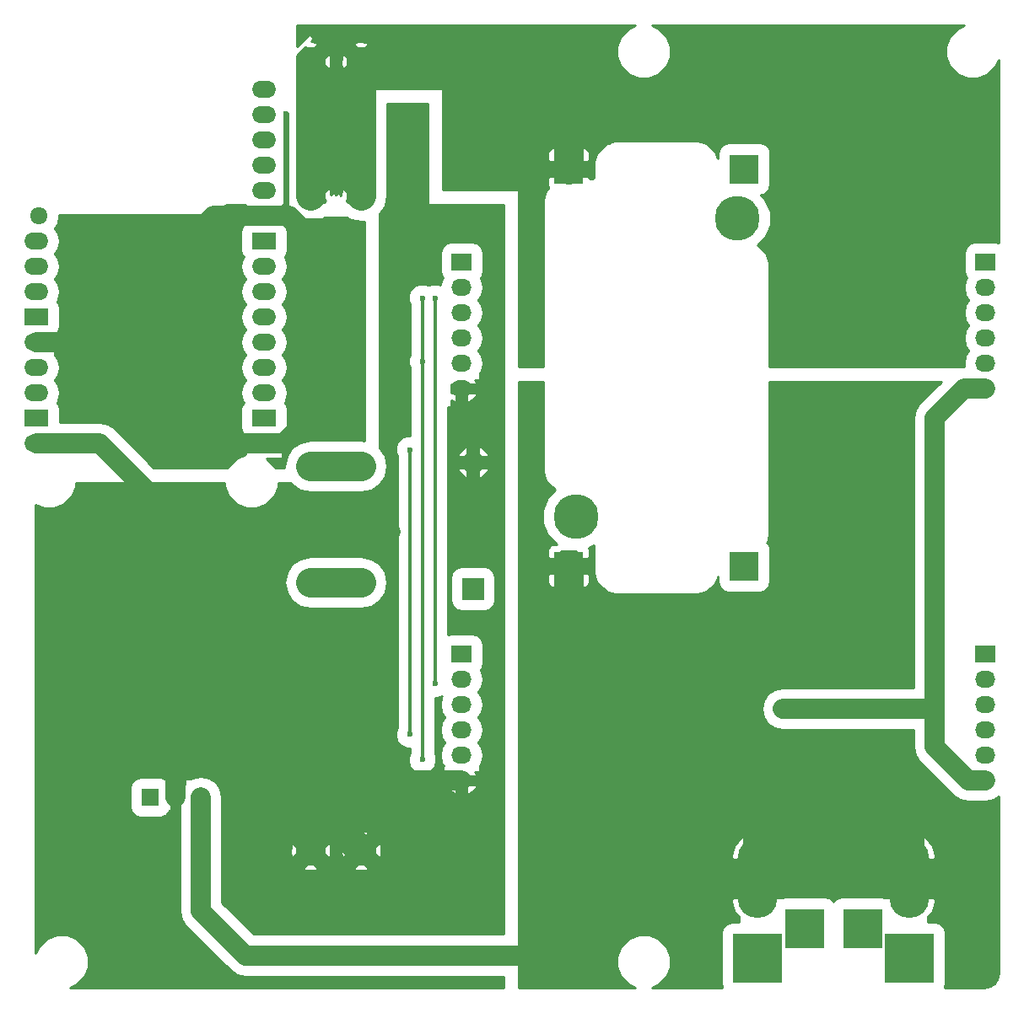
<source format=gbl>
G04 #@! TF.FileFunction,Copper,L2,Bot,Signal*
%FSLAX46Y46*%
G04 Gerber Fmt 4.6, Leading zero omitted, Abs format (unit mm)*
G04 Created by KiCad (PCBNEW 4.0.4-stable) date 12/21/17 08:36:57*
%MOMM*%
%LPD*%
G01*
G04 APERTURE LIST*
%ADD10C,0.250000*%
%ADD11C,4.500000*%
%ADD12R,3.000000X3.000000*%
%ADD13R,2.400000X1.700000*%
%ADD14O,2.400000X1.700000*%
%ADD15O,1.800000X1.700000*%
%ADD16R,2.200000X2.200000*%
%ADD17O,2.200000X2.200000*%
%ADD18O,4.000000X8.000000*%
%ADD19R,5.000000X5.000000*%
%ADD20R,4.000000X4.000000*%
%ADD21O,2.032000X1.727200*%
%ADD22R,2.032000X1.727200*%
%ADD23C,2.800000*%
%ADD24R,1.800000X1.800000*%
%ADD25O,1.800000X1.800000*%
%ADD26C,0.600000*%
%ADD27C,2.000000*%
%ADD28C,3.000000*%
%ADD29C,0.900000*%
%ADD30C,0.300000*%
%ADD31C,0.600000*%
%ADD32C,0.254000*%
G04 APERTURE END LIST*
D10*
D11*
X129070100Y-114020600D03*
X145249900Y-84099400D03*
D12*
X128346200Y-118999000D03*
X145973800Y-118999000D03*
X145973800Y-79121000D03*
X128346200Y-79121000D03*
D13*
X97790000Y-104140000D03*
D14*
X97790000Y-101600000D03*
X97790000Y-99060000D03*
X97790000Y-96520000D03*
X97790000Y-93980000D03*
D15*
X75180000Y-83820000D03*
D14*
X97790000Y-91440000D03*
X74930000Y-86360000D03*
X97790000Y-88900000D03*
X74930000Y-88900000D03*
D13*
X97790000Y-86360000D03*
D14*
X74930000Y-91440000D03*
X97790000Y-83820000D03*
D13*
X74930000Y-93980000D03*
D14*
X97790000Y-81280000D03*
X74930000Y-96520000D03*
X97790000Y-78740000D03*
X74930000Y-99060000D03*
X97790000Y-76200000D03*
X74930000Y-101600000D03*
X97790000Y-73660000D03*
D13*
X74930000Y-104140000D03*
D14*
X97790000Y-71120000D03*
X74930000Y-106680000D03*
X97790000Y-106680000D03*
D16*
X118745000Y-121285000D03*
D17*
X118745000Y-108585000D03*
D18*
X162560000Y-150400000D03*
D19*
X162560000Y-158400000D03*
D20*
X157860000Y-155400000D03*
D21*
X117625000Y-101175000D03*
X117625000Y-98635000D03*
X117625000Y-96095000D03*
X117625000Y-93555000D03*
X117625000Y-91015000D03*
D22*
X117625000Y-88475000D03*
D23*
X102455980Y-68336160D03*
X107535980Y-68336160D03*
X102453440Y-81798160D03*
X107533440Y-81798160D03*
X102453440Y-108976160D03*
X107533440Y-108976160D03*
X102453440Y-120660160D03*
X107533440Y-120660160D03*
X102453440Y-147584160D03*
X107533440Y-147584160D03*
D21*
X117625000Y-140550000D03*
X117625000Y-138010000D03*
X117625000Y-135470000D03*
X117625000Y-132930000D03*
X117625000Y-130390000D03*
D22*
X117625000Y-127850000D03*
D21*
X170200000Y-101175000D03*
X170200000Y-98635000D03*
X170200000Y-96095000D03*
X170200000Y-93555000D03*
X170200000Y-91015000D03*
D22*
X170200000Y-88475000D03*
D21*
X170200000Y-140525000D03*
X170200000Y-137985000D03*
X170200000Y-135445000D03*
X170200000Y-132905000D03*
X170200000Y-130365000D03*
D22*
X170200000Y-127825000D03*
D24*
X86360000Y-142240000D03*
D25*
X88900000Y-142240000D03*
X91440000Y-142240000D03*
D18*
X147320000Y-150400000D03*
D19*
X147320000Y-158400000D03*
D20*
X152020000Y-155400000D03*
D26*
X149860000Y-133350000D03*
X110490000Y-115570000D03*
X110490000Y-73406000D03*
X110490000Y-100076000D03*
X110490000Y-93726000D03*
X110490000Y-87376000D03*
X113665000Y-98425000D03*
X113665000Y-138430000D03*
X113665000Y-92075000D03*
X114935000Y-130810000D03*
X114935000Y-92075000D03*
X106934000Y-86614000D03*
X102870000Y-98679000D03*
X102870000Y-92202000D03*
X99949000Y-73533000D03*
X112395000Y-135890000D03*
X112395000Y-107315000D03*
D27*
X149860000Y-133350000D02*
X165100000Y-133350000D01*
X170200000Y-101175000D02*
X168065000Y-101175000D01*
X168065000Y-101175000D02*
X165100000Y-104140000D01*
X165100000Y-104140000D02*
X165100000Y-133350000D01*
X168465000Y-140525000D02*
X170200000Y-140525000D01*
X165100000Y-133350000D02*
X165100000Y-137160000D01*
X165100000Y-137160000D02*
X168465000Y-140525000D01*
D28*
X98742500Y-140652500D02*
X100601780Y-140652500D01*
X100601780Y-140652500D02*
X107533440Y-147584160D01*
X102453440Y-147584160D02*
X102453440Y-144363440D01*
X102453440Y-144363440D02*
X98742500Y-140652500D01*
X98742500Y-140652500D02*
X88900000Y-130810000D01*
D27*
X117625000Y-140550000D02*
X98640000Y-140550000D01*
X98640000Y-140550000D02*
X88900000Y-130810000D01*
X88900000Y-116840000D02*
X88900000Y-114300000D01*
X88900000Y-142240000D02*
X88900000Y-130810000D01*
X88900000Y-130810000D02*
X88900000Y-116840000D01*
X88900000Y-116840000D02*
X90170000Y-115570000D01*
X110490000Y-115570000D02*
X90170000Y-115570000D01*
X81280000Y-106680000D02*
X74930000Y-106680000D01*
X88900000Y-114300000D02*
X81280000Y-106680000D01*
X90170000Y-115570000D02*
X88900000Y-114300000D01*
D29*
X110490000Y-104140000D02*
X110490000Y-115570000D01*
X110490000Y-104140000D02*
X110490000Y-100076000D01*
X110490000Y-100076000D02*
X110490000Y-93726000D01*
X110490000Y-93726000D02*
X110490000Y-87376000D01*
X110490000Y-87376000D02*
X110490000Y-73406000D01*
D28*
X102453440Y-108976160D02*
X107533440Y-108976160D01*
X102453440Y-120660160D02*
X107533440Y-120660160D01*
D29*
X107533440Y-108976160D02*
X107706160Y-108976160D01*
D27*
X128346200Y-118999000D02*
X128346200Y-154228800D01*
X95885000Y-158115000D02*
X91440000Y-153670000D01*
X124460000Y-158115000D02*
X95885000Y-158115000D01*
X91440000Y-153670000D02*
X91440000Y-142240000D01*
X128346200Y-154228800D02*
X124460000Y-158115000D01*
D28*
X128346200Y-118999000D02*
X128346200Y-122746200D01*
X147320000Y-139700000D02*
X145300000Y-139700000D01*
X128346200Y-122746200D02*
X145300000Y-139700000D01*
X152400000Y-139700000D02*
X152400000Y-144780000D01*
X162560000Y-152400000D02*
X162560000Y-149860000D01*
X162560000Y-149860000D02*
X157480000Y-144780000D01*
X157480000Y-144780000D02*
X152400000Y-144780000D01*
X152400000Y-144780000D02*
X147320000Y-149860000D01*
X147320000Y-149860000D02*
X147320000Y-152400000D01*
X147320000Y-152400000D02*
X147320000Y-139700000D01*
X162560000Y-152400000D02*
X162560000Y-144780000D01*
X162560000Y-144780000D02*
X157480000Y-139700000D01*
X157480000Y-139700000D02*
X152400000Y-139700000D01*
X152400000Y-139700000D02*
X147320000Y-139700000D01*
X128346200Y-79121000D02*
X128346200Y-72466200D01*
X128346200Y-72466200D02*
X124242500Y-68362500D01*
X118962500Y-68362500D02*
X124242500Y-68362500D01*
X118962500Y-68362500D02*
X118936160Y-68336160D01*
X118936160Y-68336160D02*
X107535980Y-68336160D01*
X107533440Y-81798160D02*
X107533440Y-68338700D01*
D27*
X107533440Y-68338700D02*
X107535980Y-68336160D01*
D28*
X102453440Y-81798160D02*
X102453440Y-68338700D01*
D27*
X102453440Y-68338700D02*
X102455980Y-68336160D01*
D30*
X113665000Y-92075000D02*
X113665000Y-98425000D01*
X113665000Y-98425000D02*
X113665000Y-138430000D01*
X114935000Y-92075000D02*
X114935000Y-130810000D01*
D27*
X80010000Y-96520000D02*
X90170000Y-106680000D01*
X90170000Y-106680000D02*
X97790000Y-106680000D01*
X74930000Y-96520000D02*
X80010000Y-96520000D01*
X92710000Y-83820000D02*
X97790000Y-83820000D01*
X80010000Y-96520000D02*
X92710000Y-83820000D01*
D30*
X105537000Y-86614000D02*
X105410000Y-86614000D01*
X105410000Y-86614000D02*
X105537000Y-86614000D01*
X106934000Y-86614000D02*
X105410000Y-86614000D01*
D29*
X105410000Y-86614000D02*
X105410000Y-86360000D01*
D27*
X97790000Y-106680000D02*
X99695000Y-106680000D01*
X105410000Y-104140000D02*
X105410000Y-98679000D01*
X104140000Y-105410000D02*
X105410000Y-104140000D01*
X100965000Y-105410000D02*
X104140000Y-105410000D01*
X99695000Y-106680000D02*
X100965000Y-105410000D01*
D30*
X102870000Y-98679000D02*
X105410000Y-98679000D01*
X105410000Y-98679000D02*
X105283000Y-98679000D01*
X105283000Y-98679000D02*
X105410000Y-98679000D01*
X102870000Y-92202000D02*
X105410000Y-92202000D01*
X105410000Y-92202000D02*
X105283000Y-92202000D01*
X105283000Y-92202000D02*
X105410000Y-92202000D01*
D31*
X99949000Y-73533000D02*
X99949000Y-83820000D01*
D30*
X99949000Y-83820000D02*
X100076000Y-83820000D01*
X100076000Y-83820000D02*
X99949000Y-83820000D01*
D27*
X105410000Y-98679000D02*
X105410000Y-92202000D01*
X105410000Y-92202000D02*
X105410000Y-86614000D01*
D29*
X105410000Y-86360000D02*
X105283000Y-86233000D01*
X100330000Y-83820000D02*
X99949000Y-83820000D01*
D27*
X105283000Y-86233000D02*
X104140000Y-85090000D01*
X104140000Y-85090000D02*
X101600000Y-85090000D01*
X101600000Y-85090000D02*
X100330000Y-83820000D01*
X99949000Y-83820000D02*
X97790000Y-83820000D01*
D30*
X112395000Y-107315000D02*
X112395000Y-135890000D01*
D32*
G36*
X95916998Y-82970000D02*
X96284928Y-82970000D01*
X96109367Y-83178951D01*
X96190026Y-83395000D01*
X97190000Y-83395000D01*
X97190000Y-83216340D01*
X97394411Y-83257000D01*
X98185589Y-83257000D01*
X98390000Y-83216340D01*
X98390000Y-83395000D01*
X99389974Y-83395000D01*
X99470633Y-83178951D01*
X99295072Y-82970000D01*
X99663002Y-82970000D01*
X99663002Y-82677000D01*
X100001252Y-82677000D01*
X100026408Y-82803469D01*
X100595870Y-83655730D01*
X101448131Y-84225192D01*
X102453440Y-84425160D01*
X103458749Y-84225192D01*
X103875093Y-83947000D01*
X106111787Y-83947000D01*
X106528131Y-84225192D01*
X107533440Y-84425160D01*
X107823000Y-84367563D01*
X107823000Y-106406757D01*
X107533440Y-106349160D01*
X102453440Y-106349160D01*
X101448131Y-106549128D01*
X100595870Y-107118590D01*
X100026408Y-107970851D01*
X99826440Y-108976160D01*
X99849681Y-109093000D01*
X98893389Y-109093000D01*
X98833186Y-108947297D01*
X98066738Y-108179510D01*
X98012528Y-108157000D01*
X99663002Y-108157000D01*
X99663002Y-107530000D01*
X99295072Y-107530000D01*
X99470633Y-107321049D01*
X99389974Y-107105000D01*
X98390000Y-107105000D01*
X98390000Y-107530000D01*
X97190000Y-107530000D01*
X97190000Y-107105000D01*
X96190026Y-107105000D01*
X96109367Y-107321049D01*
X96284928Y-107530000D01*
X95916998Y-107530000D01*
X95916998Y-107788538D01*
X94977297Y-108176814D01*
X94209510Y-108943262D01*
X94147333Y-109093000D01*
X86701032Y-109093000D01*
X82784016Y-105175984D01*
X82093968Y-104714908D01*
X81280000Y-104553000D01*
X77279079Y-104553000D01*
X77279079Y-103290000D01*
X77200494Y-102872359D01*
X77007676Y-102572710D01*
X77152099Y-102356565D01*
X77302589Y-101600000D01*
X77152099Y-100843435D01*
X76809033Y-100330000D01*
X77152099Y-99816565D01*
X77302589Y-99060000D01*
X77152099Y-98303435D01*
X76803002Y-97780975D01*
X76803002Y-97370000D01*
X76435072Y-97370000D01*
X76610633Y-97161049D01*
X76529974Y-96945000D01*
X75530000Y-96945000D01*
X75530000Y-97123660D01*
X75325589Y-97083000D01*
X74862000Y-97083000D01*
X74862000Y-95979079D01*
X75530000Y-95979079D01*
X75530000Y-96095000D01*
X76529974Y-96095000D01*
X76610633Y-95878951D01*
X76600276Y-95866624D01*
X76931219Y-95653669D01*
X77188548Y-95277056D01*
X77279079Y-94830000D01*
X77279079Y-93130000D01*
X77200494Y-92712359D01*
X77007676Y-92412710D01*
X77152099Y-92196565D01*
X77302589Y-91440000D01*
X77152099Y-90683435D01*
X76809033Y-90170000D01*
X77152099Y-89656565D01*
X77302589Y-88900000D01*
X95417411Y-88900000D01*
X95567901Y-89656565D01*
X95910967Y-90170000D01*
X95567901Y-90683435D01*
X95417411Y-91440000D01*
X95567901Y-92196565D01*
X95910967Y-92710000D01*
X95567901Y-93223435D01*
X95417411Y-93980000D01*
X95567901Y-94736565D01*
X95910967Y-95250000D01*
X95567901Y-95763435D01*
X95417411Y-96520000D01*
X95567901Y-97276565D01*
X95910967Y-97790000D01*
X95567901Y-98303435D01*
X95417411Y-99060000D01*
X95567901Y-99816565D01*
X95910967Y-100330000D01*
X95567901Y-100843435D01*
X95417411Y-101600000D01*
X95567901Y-102356565D01*
X95714189Y-102575500D01*
X95531452Y-102842944D01*
X95440921Y-103290000D01*
X95440921Y-104990000D01*
X95519506Y-105407641D01*
X95766331Y-105791219D01*
X96116490Y-106030473D01*
X96109367Y-106038951D01*
X96190026Y-106255000D01*
X97190000Y-106255000D01*
X97190000Y-106139079D01*
X98390000Y-106139079D01*
X98390000Y-106255000D01*
X99389974Y-106255000D01*
X99470633Y-106038951D01*
X99460276Y-106026624D01*
X99791219Y-105813669D01*
X100048548Y-105437056D01*
X100139079Y-104990000D01*
X100139079Y-103290000D01*
X100060494Y-102872359D01*
X99867676Y-102572710D01*
X100012099Y-102356565D01*
X100162589Y-101600000D01*
X100012099Y-100843435D01*
X99669033Y-100330000D01*
X100012099Y-99816565D01*
X100162589Y-99060000D01*
X100012099Y-98303435D01*
X99669033Y-97790000D01*
X100012099Y-97276565D01*
X100162589Y-96520000D01*
X100012099Y-95763435D01*
X99669033Y-95250000D01*
X100012099Y-94736565D01*
X100162589Y-93980000D01*
X100012099Y-93223435D01*
X99669033Y-92710000D01*
X100012099Y-92196565D01*
X100162589Y-91440000D01*
X100012099Y-90683435D01*
X99669033Y-90170000D01*
X100012099Y-89656565D01*
X100162589Y-88900000D01*
X100012099Y-88143435D01*
X99865811Y-87924500D01*
X100048548Y-87657056D01*
X100139079Y-87210000D01*
X100139079Y-85510000D01*
X100060494Y-85092359D01*
X99813669Y-84708781D01*
X99463510Y-84469527D01*
X99470633Y-84461049D01*
X99389974Y-84245000D01*
X98390000Y-84245000D01*
X98390000Y-84360921D01*
X97190000Y-84360921D01*
X97190000Y-84245000D01*
X96190026Y-84245000D01*
X96109367Y-84461049D01*
X96119724Y-84473376D01*
X95788781Y-84686331D01*
X95531452Y-85062944D01*
X95440921Y-85510000D01*
X95440921Y-87210000D01*
X95519506Y-87627641D01*
X95712324Y-87927290D01*
X95567901Y-88143435D01*
X95417411Y-88900000D01*
X77302589Y-88900000D01*
X77152099Y-88143435D01*
X76809033Y-87630000D01*
X77152099Y-87116565D01*
X77302589Y-86360000D01*
X77152099Y-85603435D01*
X76781094Y-85048186D01*
X77096221Y-84576565D01*
X77246711Y-83820000D01*
X77233185Y-83752000D01*
X91440000Y-83752000D01*
X91556111Y-83728904D01*
X91674499Y-83728904D01*
X92646515Y-83535558D01*
X92973919Y-83399942D01*
X93079812Y-83356080D01*
X93903847Y-82805477D01*
X94032324Y-82677000D01*
X95916998Y-82677000D01*
X95916998Y-82970000D01*
X95916998Y-82970000D01*
G37*
X95916998Y-82970000D02*
X96284928Y-82970000D01*
X96109367Y-83178951D01*
X96190026Y-83395000D01*
X97190000Y-83395000D01*
X97190000Y-83216340D01*
X97394411Y-83257000D01*
X98185589Y-83257000D01*
X98390000Y-83216340D01*
X98390000Y-83395000D01*
X99389974Y-83395000D01*
X99470633Y-83178951D01*
X99295072Y-82970000D01*
X99663002Y-82970000D01*
X99663002Y-82677000D01*
X100001252Y-82677000D01*
X100026408Y-82803469D01*
X100595870Y-83655730D01*
X101448131Y-84225192D01*
X102453440Y-84425160D01*
X103458749Y-84225192D01*
X103875093Y-83947000D01*
X106111787Y-83947000D01*
X106528131Y-84225192D01*
X107533440Y-84425160D01*
X107823000Y-84367563D01*
X107823000Y-106406757D01*
X107533440Y-106349160D01*
X102453440Y-106349160D01*
X101448131Y-106549128D01*
X100595870Y-107118590D01*
X100026408Y-107970851D01*
X99826440Y-108976160D01*
X99849681Y-109093000D01*
X98893389Y-109093000D01*
X98833186Y-108947297D01*
X98066738Y-108179510D01*
X98012528Y-108157000D01*
X99663002Y-108157000D01*
X99663002Y-107530000D01*
X99295072Y-107530000D01*
X99470633Y-107321049D01*
X99389974Y-107105000D01*
X98390000Y-107105000D01*
X98390000Y-107530000D01*
X97190000Y-107530000D01*
X97190000Y-107105000D01*
X96190026Y-107105000D01*
X96109367Y-107321049D01*
X96284928Y-107530000D01*
X95916998Y-107530000D01*
X95916998Y-107788538D01*
X94977297Y-108176814D01*
X94209510Y-108943262D01*
X94147333Y-109093000D01*
X86701032Y-109093000D01*
X82784016Y-105175984D01*
X82093968Y-104714908D01*
X81280000Y-104553000D01*
X77279079Y-104553000D01*
X77279079Y-103290000D01*
X77200494Y-102872359D01*
X77007676Y-102572710D01*
X77152099Y-102356565D01*
X77302589Y-101600000D01*
X77152099Y-100843435D01*
X76809033Y-100330000D01*
X77152099Y-99816565D01*
X77302589Y-99060000D01*
X77152099Y-98303435D01*
X76803002Y-97780975D01*
X76803002Y-97370000D01*
X76435072Y-97370000D01*
X76610633Y-97161049D01*
X76529974Y-96945000D01*
X75530000Y-96945000D01*
X75530000Y-97123660D01*
X75325589Y-97083000D01*
X74862000Y-97083000D01*
X74862000Y-95979079D01*
X75530000Y-95979079D01*
X75530000Y-96095000D01*
X76529974Y-96095000D01*
X76610633Y-95878951D01*
X76600276Y-95866624D01*
X76931219Y-95653669D01*
X77188548Y-95277056D01*
X77279079Y-94830000D01*
X77279079Y-93130000D01*
X77200494Y-92712359D01*
X77007676Y-92412710D01*
X77152099Y-92196565D01*
X77302589Y-91440000D01*
X77152099Y-90683435D01*
X76809033Y-90170000D01*
X77152099Y-89656565D01*
X77302589Y-88900000D01*
X95417411Y-88900000D01*
X95567901Y-89656565D01*
X95910967Y-90170000D01*
X95567901Y-90683435D01*
X95417411Y-91440000D01*
X95567901Y-92196565D01*
X95910967Y-92710000D01*
X95567901Y-93223435D01*
X95417411Y-93980000D01*
X95567901Y-94736565D01*
X95910967Y-95250000D01*
X95567901Y-95763435D01*
X95417411Y-96520000D01*
X95567901Y-97276565D01*
X95910967Y-97790000D01*
X95567901Y-98303435D01*
X95417411Y-99060000D01*
X95567901Y-99816565D01*
X95910967Y-100330000D01*
X95567901Y-100843435D01*
X95417411Y-101600000D01*
X95567901Y-102356565D01*
X95714189Y-102575500D01*
X95531452Y-102842944D01*
X95440921Y-103290000D01*
X95440921Y-104990000D01*
X95519506Y-105407641D01*
X95766331Y-105791219D01*
X96116490Y-106030473D01*
X96109367Y-106038951D01*
X96190026Y-106255000D01*
X97190000Y-106255000D01*
X97190000Y-106139079D01*
X98390000Y-106139079D01*
X98390000Y-106255000D01*
X99389974Y-106255000D01*
X99470633Y-106038951D01*
X99460276Y-106026624D01*
X99791219Y-105813669D01*
X100048548Y-105437056D01*
X100139079Y-104990000D01*
X100139079Y-103290000D01*
X100060494Y-102872359D01*
X99867676Y-102572710D01*
X100012099Y-102356565D01*
X100162589Y-101600000D01*
X100012099Y-100843435D01*
X99669033Y-100330000D01*
X100012099Y-99816565D01*
X100162589Y-99060000D01*
X100012099Y-98303435D01*
X99669033Y-97790000D01*
X100012099Y-97276565D01*
X100162589Y-96520000D01*
X100012099Y-95763435D01*
X99669033Y-95250000D01*
X100012099Y-94736565D01*
X100162589Y-93980000D01*
X100012099Y-93223435D01*
X99669033Y-92710000D01*
X100012099Y-92196565D01*
X100162589Y-91440000D01*
X100012099Y-90683435D01*
X99669033Y-90170000D01*
X100012099Y-89656565D01*
X100162589Y-88900000D01*
X100012099Y-88143435D01*
X99865811Y-87924500D01*
X100048548Y-87657056D01*
X100139079Y-87210000D01*
X100139079Y-85510000D01*
X100060494Y-85092359D01*
X99813669Y-84708781D01*
X99463510Y-84469527D01*
X99470633Y-84461049D01*
X99389974Y-84245000D01*
X98390000Y-84245000D01*
X98390000Y-84360921D01*
X97190000Y-84360921D01*
X97190000Y-84245000D01*
X96190026Y-84245000D01*
X96109367Y-84461049D01*
X96119724Y-84473376D01*
X95788781Y-84686331D01*
X95531452Y-85062944D01*
X95440921Y-85510000D01*
X95440921Y-87210000D01*
X95519506Y-87627641D01*
X95712324Y-87927290D01*
X95567901Y-88143435D01*
X95417411Y-88900000D01*
X77302589Y-88900000D01*
X77152099Y-88143435D01*
X76809033Y-87630000D01*
X77152099Y-87116565D01*
X77302589Y-86360000D01*
X77152099Y-85603435D01*
X76781094Y-85048186D01*
X77096221Y-84576565D01*
X77246711Y-83820000D01*
X77233185Y-83752000D01*
X91440000Y-83752000D01*
X91556111Y-83728904D01*
X91674499Y-83728904D01*
X92646515Y-83535558D01*
X92973919Y-83399942D01*
X93079812Y-83356080D01*
X93903847Y-82805477D01*
X94032324Y-82677000D01*
X95916998Y-82677000D01*
X95916998Y-82970000D01*
G36*
X114173000Y-82550000D02*
X114183006Y-82599410D01*
X114211447Y-82641035D01*
X114253841Y-82668315D01*
X114300000Y-82677000D01*
X121793000Y-82677000D01*
X121793000Y-155988000D01*
X96766032Y-155988000D01*
X93567000Y-152788968D01*
X93567000Y-149335707D01*
X101691842Y-149335707D01*
X101876771Y-149568787D01*
X102680151Y-149638399D01*
X103030109Y-149568787D01*
X103215038Y-149335707D01*
X106771842Y-149335707D01*
X106956771Y-149568787D01*
X107760151Y-149638399D01*
X108110109Y-149568787D01*
X108295038Y-149335707D01*
X107533440Y-148574109D01*
X106771842Y-149335707D01*
X103215038Y-149335707D01*
X102453440Y-148574109D01*
X101691842Y-149335707D01*
X93567000Y-149335707D01*
X93567000Y-147810871D01*
X100399201Y-147810871D01*
X100468813Y-148160829D01*
X100701893Y-148345758D01*
X101463491Y-147584160D01*
X103443389Y-147584160D01*
X104204987Y-148345758D01*
X104438067Y-148160829D01*
X104468390Y-147810871D01*
X105479201Y-147810871D01*
X105548813Y-148160829D01*
X105781893Y-148345758D01*
X106543491Y-147584160D01*
X108523389Y-147584160D01*
X109284987Y-148345758D01*
X109518067Y-148160829D01*
X109587679Y-147357449D01*
X109518067Y-147007491D01*
X109284987Y-146822562D01*
X108523389Y-147584160D01*
X106543491Y-147584160D01*
X105781893Y-146822562D01*
X105548813Y-147007491D01*
X105479201Y-147810871D01*
X104468390Y-147810871D01*
X104507679Y-147357449D01*
X104438067Y-147007491D01*
X104204987Y-146822562D01*
X103443389Y-147584160D01*
X101463491Y-147584160D01*
X100701893Y-146822562D01*
X100468813Y-147007491D01*
X100399201Y-147810871D01*
X93567000Y-147810871D01*
X93567000Y-145832613D01*
X101691842Y-145832613D01*
X102453440Y-146594211D01*
X103215038Y-145832613D01*
X106771842Y-145832613D01*
X107533440Y-146594211D01*
X108295038Y-145832613D01*
X108110109Y-145599533D01*
X107306729Y-145529921D01*
X106956771Y-145599533D01*
X106771842Y-145832613D01*
X103215038Y-145832613D01*
X103030109Y-145599533D01*
X102226729Y-145529921D01*
X101876771Y-145599533D01*
X101691842Y-145832613D01*
X93567000Y-145832613D01*
X93567000Y-142240000D01*
X93405092Y-141426032D01*
X93253840Y-141199667D01*
X116131026Y-141199667D01*
X116422881Y-141582408D01*
X116897872Y-141905531D01*
X117117000Y-141821999D01*
X117117000Y-140981800D01*
X118133000Y-140981800D01*
X118133000Y-141821999D01*
X118352128Y-141905531D01*
X118827119Y-141582408D01*
X119118974Y-141199667D01*
X119039424Y-140981800D01*
X118133000Y-140981800D01*
X117117000Y-140981800D01*
X116210576Y-140981800D01*
X116131026Y-141199667D01*
X93253840Y-141199667D01*
X92944016Y-140735984D01*
X92253968Y-140274908D01*
X91440000Y-140113000D01*
X90626032Y-140274908D01*
X90427000Y-140407897D01*
X90427000Y-140366998D01*
X89800000Y-140366998D01*
X89800000Y-140939498D01*
X89754296Y-141007899D01*
X89572732Y-140869139D01*
X89350000Y-140937528D01*
X89350000Y-141790000D01*
X89402510Y-141790000D01*
X89313000Y-142240000D01*
X89313000Y-153670000D01*
X89474908Y-154483968D01*
X89935984Y-155174016D01*
X94380984Y-159619016D01*
X95071032Y-160080092D01*
X95885000Y-160242000D01*
X121793000Y-160242000D01*
X121793000Y-161358000D01*
X78299198Y-161358000D01*
X79012703Y-161063186D01*
X79780490Y-160296738D01*
X80196526Y-159294814D01*
X80197472Y-158209946D01*
X79783186Y-157207297D01*
X79016738Y-156439510D01*
X78014814Y-156023474D01*
X76929946Y-156022528D01*
X75927297Y-156436814D01*
X75159510Y-157203262D01*
X74862000Y-157919744D01*
X74862000Y-141340000D01*
X84310921Y-141340000D01*
X84310921Y-143140000D01*
X84389506Y-143557641D01*
X84636331Y-143941219D01*
X85012944Y-144198548D01*
X85460000Y-144289079D01*
X87260000Y-144289079D01*
X87677641Y-144210494D01*
X87829148Y-144113002D01*
X88000000Y-144113002D01*
X88000000Y-144003062D01*
X88061219Y-143963669D01*
X88318548Y-143587056D01*
X88319460Y-143582554D01*
X88450000Y-143542472D01*
X88450000Y-142690000D01*
X88409079Y-142690000D01*
X88409079Y-141790000D01*
X88450000Y-141790000D01*
X88450000Y-140937528D01*
X88313233Y-140895534D01*
X88083669Y-140538781D01*
X88000000Y-140481612D01*
X88000000Y-140366998D01*
X87832257Y-140366998D01*
X87707056Y-140281452D01*
X87260000Y-140190921D01*
X85460000Y-140190921D01*
X85042359Y-140269506D01*
X84658781Y-140516331D01*
X84401452Y-140892944D01*
X84310921Y-141340000D01*
X74862000Y-141340000D01*
X74862000Y-120660160D01*
X99826440Y-120660160D01*
X100026408Y-121665469D01*
X100595870Y-122517730D01*
X101448131Y-123087192D01*
X102453440Y-123287160D01*
X107533440Y-123287160D01*
X108538749Y-123087192D01*
X109391010Y-122517730D01*
X109960472Y-121665469D01*
X110160440Y-120660160D01*
X109960472Y-119654851D01*
X109391010Y-118802590D01*
X108538749Y-118233128D01*
X107533440Y-118033160D01*
X102453440Y-118033160D01*
X101448131Y-118233128D01*
X100595870Y-118802590D01*
X100026408Y-119654851D01*
X99826440Y-120660160D01*
X74862000Y-120660160D01*
X74862000Y-112887166D01*
X75655186Y-113216526D01*
X76740054Y-113217472D01*
X77742703Y-112803186D01*
X78510490Y-112036738D01*
X78926526Y-111034814D01*
X78926890Y-110617000D01*
X93792888Y-110617000D01*
X93792528Y-111030054D01*
X94206814Y-112032703D01*
X94973262Y-112800490D01*
X95975186Y-113216526D01*
X97060054Y-113217472D01*
X98062703Y-112803186D01*
X98830490Y-112036738D01*
X99246526Y-111034814D01*
X99246890Y-110617000D01*
X100451056Y-110617000D01*
X100595870Y-110833730D01*
X101448131Y-111403192D01*
X102453440Y-111603160D01*
X107533440Y-111603160D01*
X108538749Y-111403192D01*
X109391010Y-110833730D01*
X109960472Y-109981469D01*
X110160440Y-108976160D01*
X109960472Y-107970851D01*
X109711076Y-107597603D01*
X110967752Y-107597603D01*
X111118000Y-107961229D01*
X111118000Y-135244263D01*
X110968248Y-135604907D01*
X110967752Y-136172603D01*
X111184543Y-136697275D01*
X111585614Y-137099047D01*
X112109907Y-137316752D01*
X112388000Y-137316995D01*
X112388000Y-137784263D01*
X112238248Y-138144907D01*
X112237752Y-138712603D01*
X112454543Y-139237275D01*
X112855614Y-139639047D01*
X113379907Y-139856752D01*
X113947603Y-139857248D01*
X114472275Y-139640457D01*
X114874047Y-139239386D01*
X115091752Y-138715093D01*
X115092248Y-138147397D01*
X114942000Y-137783771D01*
X114942000Y-132237007D01*
X115217603Y-132237248D01*
X115670450Y-132050135D01*
X115591541Y-132168230D01*
X115440016Y-132930000D01*
X115591541Y-133691770D01*
X115931130Y-134200000D01*
X115591541Y-134708230D01*
X115440016Y-135470000D01*
X115591541Y-136231770D01*
X115931130Y-136740000D01*
X115591541Y-137248230D01*
X115440016Y-138010000D01*
X115591541Y-138771770D01*
X115783729Y-139059400D01*
X115751998Y-139059400D01*
X115751998Y-139686400D01*
X116294158Y-139686400D01*
X116131026Y-139900333D01*
X116210576Y-140118200D01*
X117117000Y-140118200D01*
X117117000Y-139938218D01*
X117430616Y-140000600D01*
X117819384Y-140000600D01*
X118133000Y-139938218D01*
X118133000Y-140118200D01*
X119039424Y-140118200D01*
X119118974Y-139900333D01*
X118955842Y-139686400D01*
X119498002Y-139686400D01*
X119498002Y-139059400D01*
X119466271Y-139059400D01*
X119658459Y-138771770D01*
X119809984Y-138010000D01*
X119658459Y-137248230D01*
X119318870Y-136740000D01*
X119658459Y-136231770D01*
X119809984Y-135470000D01*
X119658459Y-134708230D01*
X119318870Y-134200000D01*
X119658459Y-133691770D01*
X119809984Y-132930000D01*
X119658459Y-132168230D01*
X119318870Y-131660000D01*
X119658459Y-131151770D01*
X119809984Y-130390000D01*
X119658459Y-129628230D01*
X119520818Y-129422236D01*
X119699548Y-129160656D01*
X119790079Y-128713600D01*
X119790079Y-126986400D01*
X119711494Y-126568759D01*
X119464669Y-126185181D01*
X119088056Y-125927852D01*
X118641000Y-125837321D01*
X116609000Y-125837321D01*
X116212000Y-125912022D01*
X116212000Y-120185000D01*
X116495921Y-120185000D01*
X116495921Y-122385000D01*
X116574506Y-122802641D01*
X116821331Y-123186219D01*
X117197944Y-123443548D01*
X117645000Y-123534079D01*
X119845000Y-123534079D01*
X120262641Y-123455494D01*
X120646219Y-123208669D01*
X120903548Y-122832056D01*
X120994079Y-122385000D01*
X120994079Y-120185000D01*
X120915494Y-119767359D01*
X120668669Y-119383781D01*
X120292056Y-119126452D01*
X119845000Y-119035921D01*
X117645000Y-119035921D01*
X117227359Y-119114506D01*
X116843781Y-119361331D01*
X116586452Y-119737944D01*
X116495921Y-120185000D01*
X116212000Y-120185000D01*
X116212000Y-109384330D01*
X117214078Y-109384330D01*
X117636503Y-109909343D01*
X117945676Y-110115885D01*
X118195000Y-110055777D01*
X118195000Y-109135000D01*
X119295000Y-109135000D01*
X119295000Y-110055777D01*
X119544324Y-110115885D01*
X119853497Y-109909343D01*
X120275922Y-109384330D01*
X120225367Y-109135000D01*
X119295000Y-109135000D01*
X118195000Y-109135000D01*
X117264633Y-109135000D01*
X117214078Y-109384330D01*
X116212000Y-109384330D01*
X116212000Y-107785670D01*
X117214078Y-107785670D01*
X117264633Y-108035000D01*
X118195000Y-108035000D01*
X118195000Y-107114223D01*
X119295000Y-107114223D01*
X119295000Y-108035000D01*
X120225367Y-108035000D01*
X120275922Y-107785670D01*
X119853497Y-107260657D01*
X119544324Y-107054115D01*
X119295000Y-107114223D01*
X118195000Y-107114223D01*
X117945676Y-107054115D01*
X117636503Y-107260657D01*
X117214078Y-107785670D01*
X116212000Y-107785670D01*
X116212000Y-103048002D01*
X116609000Y-103048002D01*
X116609000Y-102334020D01*
X116897872Y-102530531D01*
X117117000Y-102446999D01*
X117117000Y-101606800D01*
X118133000Y-101606800D01*
X118133000Y-102446999D01*
X118352128Y-102530531D01*
X118827119Y-102207408D01*
X119118974Y-101824667D01*
X119039424Y-101606800D01*
X118133000Y-101606800D01*
X117117000Y-101606800D01*
X116609000Y-101606800D01*
X116609000Y-100743200D01*
X117117000Y-100743200D01*
X117117000Y-100563218D01*
X117430616Y-100625600D01*
X117819384Y-100625600D01*
X118133000Y-100563218D01*
X118133000Y-100743200D01*
X119039424Y-100743200D01*
X119118974Y-100525333D01*
X118955842Y-100311400D01*
X119498002Y-100311400D01*
X119498002Y-99684400D01*
X119466271Y-99684400D01*
X119658459Y-99396770D01*
X119809984Y-98635000D01*
X119658459Y-97873230D01*
X119318870Y-97365000D01*
X119658459Y-96856770D01*
X119809984Y-96095000D01*
X119658459Y-95333230D01*
X119318870Y-94825000D01*
X119658459Y-94316770D01*
X119809984Y-93555000D01*
X119658459Y-92793230D01*
X119318870Y-92285000D01*
X119658459Y-91776770D01*
X119809984Y-91015000D01*
X119658459Y-90253230D01*
X119520818Y-90047236D01*
X119699548Y-89785656D01*
X119790079Y-89338600D01*
X119790079Y-87611400D01*
X119711494Y-87193759D01*
X119464669Y-86810181D01*
X119088056Y-86552852D01*
X118641000Y-86462321D01*
X116609000Y-86462321D01*
X116191359Y-86540906D01*
X115807781Y-86787731D01*
X115550452Y-87164344D01*
X115459921Y-87611400D01*
X115459921Y-89338600D01*
X115538506Y-89756241D01*
X115727436Y-90049848D01*
X115591541Y-90253230D01*
X115490623Y-90760582D01*
X115220093Y-90648248D01*
X114652397Y-90647752D01*
X114299781Y-90793451D01*
X113950093Y-90648248D01*
X113382397Y-90647752D01*
X112857725Y-90864543D01*
X112455953Y-91265614D01*
X112238248Y-91789907D01*
X112237752Y-92357603D01*
X112388000Y-92721229D01*
X112388000Y-97779263D01*
X112238248Y-98139907D01*
X112237752Y-98707603D01*
X112388000Y-99071229D01*
X112388000Y-105887993D01*
X112112397Y-105887752D01*
X111587725Y-106104543D01*
X111185953Y-106505614D01*
X110968248Y-107029907D01*
X110967752Y-107597603D01*
X109711076Y-107597603D01*
X109391010Y-107118590D01*
X109347000Y-107089183D01*
X109347000Y-83685137D01*
X109391010Y-83655730D01*
X109960472Y-82803469D01*
X110160440Y-81798160D01*
X110160440Y-72517000D01*
X114173000Y-72517000D01*
X114173000Y-82550000D01*
X114173000Y-82550000D01*
G37*
X114173000Y-82550000D02*
X114183006Y-82599410D01*
X114211447Y-82641035D01*
X114253841Y-82668315D01*
X114300000Y-82677000D01*
X121793000Y-82677000D01*
X121793000Y-155988000D01*
X96766032Y-155988000D01*
X93567000Y-152788968D01*
X93567000Y-149335707D01*
X101691842Y-149335707D01*
X101876771Y-149568787D01*
X102680151Y-149638399D01*
X103030109Y-149568787D01*
X103215038Y-149335707D01*
X106771842Y-149335707D01*
X106956771Y-149568787D01*
X107760151Y-149638399D01*
X108110109Y-149568787D01*
X108295038Y-149335707D01*
X107533440Y-148574109D01*
X106771842Y-149335707D01*
X103215038Y-149335707D01*
X102453440Y-148574109D01*
X101691842Y-149335707D01*
X93567000Y-149335707D01*
X93567000Y-147810871D01*
X100399201Y-147810871D01*
X100468813Y-148160829D01*
X100701893Y-148345758D01*
X101463491Y-147584160D01*
X103443389Y-147584160D01*
X104204987Y-148345758D01*
X104438067Y-148160829D01*
X104468390Y-147810871D01*
X105479201Y-147810871D01*
X105548813Y-148160829D01*
X105781893Y-148345758D01*
X106543491Y-147584160D01*
X108523389Y-147584160D01*
X109284987Y-148345758D01*
X109518067Y-148160829D01*
X109587679Y-147357449D01*
X109518067Y-147007491D01*
X109284987Y-146822562D01*
X108523389Y-147584160D01*
X106543491Y-147584160D01*
X105781893Y-146822562D01*
X105548813Y-147007491D01*
X105479201Y-147810871D01*
X104468390Y-147810871D01*
X104507679Y-147357449D01*
X104438067Y-147007491D01*
X104204987Y-146822562D01*
X103443389Y-147584160D01*
X101463491Y-147584160D01*
X100701893Y-146822562D01*
X100468813Y-147007491D01*
X100399201Y-147810871D01*
X93567000Y-147810871D01*
X93567000Y-145832613D01*
X101691842Y-145832613D01*
X102453440Y-146594211D01*
X103215038Y-145832613D01*
X106771842Y-145832613D01*
X107533440Y-146594211D01*
X108295038Y-145832613D01*
X108110109Y-145599533D01*
X107306729Y-145529921D01*
X106956771Y-145599533D01*
X106771842Y-145832613D01*
X103215038Y-145832613D01*
X103030109Y-145599533D01*
X102226729Y-145529921D01*
X101876771Y-145599533D01*
X101691842Y-145832613D01*
X93567000Y-145832613D01*
X93567000Y-142240000D01*
X93405092Y-141426032D01*
X93253840Y-141199667D01*
X116131026Y-141199667D01*
X116422881Y-141582408D01*
X116897872Y-141905531D01*
X117117000Y-141821999D01*
X117117000Y-140981800D01*
X118133000Y-140981800D01*
X118133000Y-141821999D01*
X118352128Y-141905531D01*
X118827119Y-141582408D01*
X119118974Y-141199667D01*
X119039424Y-140981800D01*
X118133000Y-140981800D01*
X117117000Y-140981800D01*
X116210576Y-140981800D01*
X116131026Y-141199667D01*
X93253840Y-141199667D01*
X92944016Y-140735984D01*
X92253968Y-140274908D01*
X91440000Y-140113000D01*
X90626032Y-140274908D01*
X90427000Y-140407897D01*
X90427000Y-140366998D01*
X89800000Y-140366998D01*
X89800000Y-140939498D01*
X89754296Y-141007899D01*
X89572732Y-140869139D01*
X89350000Y-140937528D01*
X89350000Y-141790000D01*
X89402510Y-141790000D01*
X89313000Y-142240000D01*
X89313000Y-153670000D01*
X89474908Y-154483968D01*
X89935984Y-155174016D01*
X94380984Y-159619016D01*
X95071032Y-160080092D01*
X95885000Y-160242000D01*
X121793000Y-160242000D01*
X121793000Y-161358000D01*
X78299198Y-161358000D01*
X79012703Y-161063186D01*
X79780490Y-160296738D01*
X80196526Y-159294814D01*
X80197472Y-158209946D01*
X79783186Y-157207297D01*
X79016738Y-156439510D01*
X78014814Y-156023474D01*
X76929946Y-156022528D01*
X75927297Y-156436814D01*
X75159510Y-157203262D01*
X74862000Y-157919744D01*
X74862000Y-141340000D01*
X84310921Y-141340000D01*
X84310921Y-143140000D01*
X84389506Y-143557641D01*
X84636331Y-143941219D01*
X85012944Y-144198548D01*
X85460000Y-144289079D01*
X87260000Y-144289079D01*
X87677641Y-144210494D01*
X87829148Y-144113002D01*
X88000000Y-144113002D01*
X88000000Y-144003062D01*
X88061219Y-143963669D01*
X88318548Y-143587056D01*
X88319460Y-143582554D01*
X88450000Y-143542472D01*
X88450000Y-142690000D01*
X88409079Y-142690000D01*
X88409079Y-141790000D01*
X88450000Y-141790000D01*
X88450000Y-140937528D01*
X88313233Y-140895534D01*
X88083669Y-140538781D01*
X88000000Y-140481612D01*
X88000000Y-140366998D01*
X87832257Y-140366998D01*
X87707056Y-140281452D01*
X87260000Y-140190921D01*
X85460000Y-140190921D01*
X85042359Y-140269506D01*
X84658781Y-140516331D01*
X84401452Y-140892944D01*
X84310921Y-141340000D01*
X74862000Y-141340000D01*
X74862000Y-120660160D01*
X99826440Y-120660160D01*
X100026408Y-121665469D01*
X100595870Y-122517730D01*
X101448131Y-123087192D01*
X102453440Y-123287160D01*
X107533440Y-123287160D01*
X108538749Y-123087192D01*
X109391010Y-122517730D01*
X109960472Y-121665469D01*
X110160440Y-120660160D01*
X109960472Y-119654851D01*
X109391010Y-118802590D01*
X108538749Y-118233128D01*
X107533440Y-118033160D01*
X102453440Y-118033160D01*
X101448131Y-118233128D01*
X100595870Y-118802590D01*
X100026408Y-119654851D01*
X99826440Y-120660160D01*
X74862000Y-120660160D01*
X74862000Y-112887166D01*
X75655186Y-113216526D01*
X76740054Y-113217472D01*
X77742703Y-112803186D01*
X78510490Y-112036738D01*
X78926526Y-111034814D01*
X78926890Y-110617000D01*
X93792888Y-110617000D01*
X93792528Y-111030054D01*
X94206814Y-112032703D01*
X94973262Y-112800490D01*
X95975186Y-113216526D01*
X97060054Y-113217472D01*
X98062703Y-112803186D01*
X98830490Y-112036738D01*
X99246526Y-111034814D01*
X99246890Y-110617000D01*
X100451056Y-110617000D01*
X100595870Y-110833730D01*
X101448131Y-111403192D01*
X102453440Y-111603160D01*
X107533440Y-111603160D01*
X108538749Y-111403192D01*
X109391010Y-110833730D01*
X109960472Y-109981469D01*
X110160440Y-108976160D01*
X109960472Y-107970851D01*
X109711076Y-107597603D01*
X110967752Y-107597603D01*
X111118000Y-107961229D01*
X111118000Y-135244263D01*
X110968248Y-135604907D01*
X110967752Y-136172603D01*
X111184543Y-136697275D01*
X111585614Y-137099047D01*
X112109907Y-137316752D01*
X112388000Y-137316995D01*
X112388000Y-137784263D01*
X112238248Y-138144907D01*
X112237752Y-138712603D01*
X112454543Y-139237275D01*
X112855614Y-139639047D01*
X113379907Y-139856752D01*
X113947603Y-139857248D01*
X114472275Y-139640457D01*
X114874047Y-139239386D01*
X115091752Y-138715093D01*
X115092248Y-138147397D01*
X114942000Y-137783771D01*
X114942000Y-132237007D01*
X115217603Y-132237248D01*
X115670450Y-132050135D01*
X115591541Y-132168230D01*
X115440016Y-132930000D01*
X115591541Y-133691770D01*
X115931130Y-134200000D01*
X115591541Y-134708230D01*
X115440016Y-135470000D01*
X115591541Y-136231770D01*
X115931130Y-136740000D01*
X115591541Y-137248230D01*
X115440016Y-138010000D01*
X115591541Y-138771770D01*
X115783729Y-139059400D01*
X115751998Y-139059400D01*
X115751998Y-139686400D01*
X116294158Y-139686400D01*
X116131026Y-139900333D01*
X116210576Y-140118200D01*
X117117000Y-140118200D01*
X117117000Y-139938218D01*
X117430616Y-140000600D01*
X117819384Y-140000600D01*
X118133000Y-139938218D01*
X118133000Y-140118200D01*
X119039424Y-140118200D01*
X119118974Y-139900333D01*
X118955842Y-139686400D01*
X119498002Y-139686400D01*
X119498002Y-139059400D01*
X119466271Y-139059400D01*
X119658459Y-138771770D01*
X119809984Y-138010000D01*
X119658459Y-137248230D01*
X119318870Y-136740000D01*
X119658459Y-136231770D01*
X119809984Y-135470000D01*
X119658459Y-134708230D01*
X119318870Y-134200000D01*
X119658459Y-133691770D01*
X119809984Y-132930000D01*
X119658459Y-132168230D01*
X119318870Y-131660000D01*
X119658459Y-131151770D01*
X119809984Y-130390000D01*
X119658459Y-129628230D01*
X119520818Y-129422236D01*
X119699548Y-129160656D01*
X119790079Y-128713600D01*
X119790079Y-126986400D01*
X119711494Y-126568759D01*
X119464669Y-126185181D01*
X119088056Y-125927852D01*
X118641000Y-125837321D01*
X116609000Y-125837321D01*
X116212000Y-125912022D01*
X116212000Y-120185000D01*
X116495921Y-120185000D01*
X116495921Y-122385000D01*
X116574506Y-122802641D01*
X116821331Y-123186219D01*
X117197944Y-123443548D01*
X117645000Y-123534079D01*
X119845000Y-123534079D01*
X120262641Y-123455494D01*
X120646219Y-123208669D01*
X120903548Y-122832056D01*
X120994079Y-122385000D01*
X120994079Y-120185000D01*
X120915494Y-119767359D01*
X120668669Y-119383781D01*
X120292056Y-119126452D01*
X119845000Y-119035921D01*
X117645000Y-119035921D01*
X117227359Y-119114506D01*
X116843781Y-119361331D01*
X116586452Y-119737944D01*
X116495921Y-120185000D01*
X116212000Y-120185000D01*
X116212000Y-109384330D01*
X117214078Y-109384330D01*
X117636503Y-109909343D01*
X117945676Y-110115885D01*
X118195000Y-110055777D01*
X118195000Y-109135000D01*
X119295000Y-109135000D01*
X119295000Y-110055777D01*
X119544324Y-110115885D01*
X119853497Y-109909343D01*
X120275922Y-109384330D01*
X120225367Y-109135000D01*
X119295000Y-109135000D01*
X118195000Y-109135000D01*
X117264633Y-109135000D01*
X117214078Y-109384330D01*
X116212000Y-109384330D01*
X116212000Y-107785670D01*
X117214078Y-107785670D01*
X117264633Y-108035000D01*
X118195000Y-108035000D01*
X118195000Y-107114223D01*
X119295000Y-107114223D01*
X119295000Y-108035000D01*
X120225367Y-108035000D01*
X120275922Y-107785670D01*
X119853497Y-107260657D01*
X119544324Y-107054115D01*
X119295000Y-107114223D01*
X118195000Y-107114223D01*
X117945676Y-107054115D01*
X117636503Y-107260657D01*
X117214078Y-107785670D01*
X116212000Y-107785670D01*
X116212000Y-103048002D01*
X116609000Y-103048002D01*
X116609000Y-102334020D01*
X116897872Y-102530531D01*
X117117000Y-102446999D01*
X117117000Y-101606800D01*
X118133000Y-101606800D01*
X118133000Y-102446999D01*
X118352128Y-102530531D01*
X118827119Y-102207408D01*
X119118974Y-101824667D01*
X119039424Y-101606800D01*
X118133000Y-101606800D01*
X117117000Y-101606800D01*
X116609000Y-101606800D01*
X116609000Y-100743200D01*
X117117000Y-100743200D01*
X117117000Y-100563218D01*
X117430616Y-100625600D01*
X117819384Y-100625600D01*
X118133000Y-100563218D01*
X118133000Y-100743200D01*
X119039424Y-100743200D01*
X119118974Y-100525333D01*
X118955842Y-100311400D01*
X119498002Y-100311400D01*
X119498002Y-99684400D01*
X119466271Y-99684400D01*
X119658459Y-99396770D01*
X119809984Y-98635000D01*
X119658459Y-97873230D01*
X119318870Y-97365000D01*
X119658459Y-96856770D01*
X119809984Y-96095000D01*
X119658459Y-95333230D01*
X119318870Y-94825000D01*
X119658459Y-94316770D01*
X119809984Y-93555000D01*
X119658459Y-92793230D01*
X119318870Y-92285000D01*
X119658459Y-91776770D01*
X119809984Y-91015000D01*
X119658459Y-90253230D01*
X119520818Y-90047236D01*
X119699548Y-89785656D01*
X119790079Y-89338600D01*
X119790079Y-87611400D01*
X119711494Y-87193759D01*
X119464669Y-86810181D01*
X119088056Y-86552852D01*
X118641000Y-86462321D01*
X116609000Y-86462321D01*
X116191359Y-86540906D01*
X115807781Y-86787731D01*
X115550452Y-87164344D01*
X115459921Y-87611400D01*
X115459921Y-89338600D01*
X115538506Y-89756241D01*
X115727436Y-90049848D01*
X115591541Y-90253230D01*
X115490623Y-90760582D01*
X115220093Y-90648248D01*
X114652397Y-90647752D01*
X114299781Y-90793451D01*
X113950093Y-90648248D01*
X113382397Y-90647752D01*
X112857725Y-90864543D01*
X112455953Y-91265614D01*
X112238248Y-91789907D01*
X112237752Y-92357603D01*
X112388000Y-92721229D01*
X112388000Y-97779263D01*
X112238248Y-98139907D01*
X112237752Y-98707603D01*
X112388000Y-99071229D01*
X112388000Y-105887993D01*
X112112397Y-105887752D01*
X111587725Y-106104543D01*
X111185953Y-106505614D01*
X110968248Y-107029907D01*
X110967752Y-107597603D01*
X109711076Y-107597603D01*
X109391010Y-107118590D01*
X109347000Y-107089183D01*
X109347000Y-83685137D01*
X109391010Y-83655730D01*
X109960472Y-82803469D01*
X110160440Y-81798160D01*
X110160440Y-72517000D01*
X114173000Y-72517000D01*
X114173000Y-82550000D01*
G36*
X125798000Y-109220000D02*
X125821096Y-109336111D01*
X125821096Y-109454499D01*
X125917769Y-109940506D01*
X126097246Y-110373802D01*
X126372547Y-110785820D01*
X126372548Y-110785821D01*
X126372549Y-110785823D01*
X126704177Y-111117451D01*
X126704179Y-111117452D01*
X126704180Y-111117453D01*
X127000204Y-111315250D01*
X126208888Y-112105186D01*
X125693688Y-113345926D01*
X125692515Y-114689380D01*
X126205550Y-115931018D01*
X127144891Y-116872000D01*
X126473198Y-116872000D01*
X126473198Y-116985290D01*
X126314655Y-117143833D01*
X126219200Y-117374282D01*
X126219200Y-118092250D01*
X126375950Y-118249000D01*
X127596200Y-118249000D01*
X127596200Y-117499000D01*
X129096200Y-117499000D01*
X129096200Y-118249000D01*
X130316450Y-118249000D01*
X130473200Y-118092250D01*
X130473200Y-117374282D01*
X130377745Y-117143833D01*
X130370936Y-117137024D01*
X130878000Y-116927510D01*
X130878000Y-119380000D01*
X130901096Y-119496111D01*
X130901096Y-119614499D01*
X130997769Y-120100506D01*
X131177246Y-120533802D01*
X131452547Y-120945820D01*
X131452548Y-120945821D01*
X131452549Y-120945823D01*
X131784177Y-121277451D01*
X131784179Y-121277452D01*
X131784180Y-121277453D01*
X132196197Y-121552754D01*
X132375674Y-121627095D01*
X132629493Y-121732231D01*
X133115501Y-121828904D01*
X133233889Y-121828904D01*
X133350000Y-121852000D01*
X140970000Y-121852000D01*
X141086111Y-121828904D01*
X141204499Y-121828904D01*
X141690506Y-121732231D01*
X142123802Y-121552754D01*
X142535820Y-121277453D01*
X142535821Y-121277452D01*
X142535823Y-121277451D01*
X142867451Y-120945823D01*
X142867452Y-120945821D01*
X142867453Y-120945820D01*
X143142754Y-120533803D01*
X143217095Y-120354326D01*
X143322231Y-120100507D01*
X143324721Y-120087989D01*
X143324721Y-120499000D01*
X143403306Y-120916641D01*
X143650131Y-121300219D01*
X144026744Y-121557548D01*
X144473800Y-121648079D01*
X147473800Y-121648079D01*
X147891441Y-121569494D01*
X148275019Y-121322669D01*
X148532348Y-120946056D01*
X148622879Y-120499000D01*
X148622879Y-117499000D01*
X148544294Y-117081359D01*
X148297469Y-116697781D01*
X148247636Y-116663732D01*
X148297157Y-116544177D01*
X148402231Y-116290507D01*
X148498904Y-115804499D01*
X148498904Y-115686111D01*
X148522000Y-115570000D01*
X148522000Y-100457000D01*
X165774968Y-100457000D01*
X163595984Y-102635984D01*
X163134908Y-103326032D01*
X162973000Y-104140000D01*
X162973000Y-131223000D01*
X149860000Y-131223000D01*
X149046032Y-131384908D01*
X148355984Y-131845984D01*
X147894908Y-132536032D01*
X147733000Y-133350000D01*
X147894908Y-134163968D01*
X148355984Y-134854016D01*
X149046032Y-135315092D01*
X149860000Y-135477000D01*
X162973000Y-135477000D01*
X162973000Y-137160000D01*
X163134908Y-137973968D01*
X163595984Y-138664016D01*
X166960984Y-142029016D01*
X167651032Y-142490092D01*
X168465000Y-142652000D01*
X170200000Y-142652000D01*
X171013968Y-142490092D01*
X171518000Y-142153308D01*
X171518000Y-159901612D01*
X171394395Y-160523019D01*
X171109457Y-160949457D01*
X170683019Y-161234395D01*
X170061613Y-161358000D01*
X166111070Y-161358000D01*
X166118548Y-161347056D01*
X166209079Y-160900000D01*
X166209079Y-155900000D01*
X166130494Y-155482359D01*
X165883669Y-155098781D01*
X165507056Y-154841452D01*
X165060000Y-154750921D01*
X164433002Y-154750921D01*
X164433002Y-154249126D01*
X164904514Y-153687770D01*
X165218857Y-152692538D01*
X165075135Y-152273000D01*
X163560000Y-152273000D01*
X163560000Y-152293000D01*
X161560000Y-152293000D01*
X161560000Y-152273000D01*
X160044865Y-152273000D01*
X160039945Y-152287361D01*
X159860000Y-152250921D01*
X155860000Y-152250921D01*
X155442359Y-152329506D01*
X155058781Y-152576331D01*
X154940560Y-152749354D01*
X154843669Y-152598781D01*
X154467056Y-152341452D01*
X154020000Y-152250921D01*
X150020000Y-152250921D01*
X149839224Y-152284937D01*
X149835135Y-152273000D01*
X148320000Y-152273000D01*
X148320000Y-152293000D01*
X146320000Y-152293000D01*
X146320000Y-152273000D01*
X144804865Y-152273000D01*
X144661143Y-152692538D01*
X144975486Y-153687770D01*
X145446998Y-154249126D01*
X145446998Y-154750921D01*
X144820000Y-154750921D01*
X144402359Y-154829506D01*
X144018781Y-155076331D01*
X143761452Y-155452944D01*
X143670921Y-155900000D01*
X143670921Y-160900000D01*
X143749506Y-161317641D01*
X143775476Y-161358000D01*
X136719198Y-161358000D01*
X137432703Y-161063186D01*
X138200490Y-160296738D01*
X138616526Y-159294814D01*
X138617472Y-158209946D01*
X138203186Y-157207297D01*
X137436738Y-156439510D01*
X136434814Y-156023474D01*
X135349946Y-156022528D01*
X134347297Y-156436814D01*
X133579510Y-157203262D01*
X133163474Y-158205186D01*
X133162528Y-159290054D01*
X133576814Y-160292703D01*
X134343262Y-161060490D01*
X135059744Y-161358000D01*
X123317000Y-161358000D01*
X123317000Y-148107462D01*
X144661143Y-148107462D01*
X144804865Y-148527000D01*
X146320000Y-148527000D01*
X148320000Y-148527000D01*
X149835135Y-148527000D01*
X149978857Y-148107462D01*
X159901143Y-148107462D01*
X160044865Y-148527000D01*
X161560000Y-148527000D01*
X163560000Y-148527000D01*
X165075135Y-148527000D01*
X165218857Y-148107462D01*
X164904514Y-147112230D01*
X164233240Y-146313049D01*
X163927703Y-146157118D01*
X163560000Y-146141209D01*
X163560000Y-148527000D01*
X161560000Y-148527000D01*
X161560000Y-146141209D01*
X161192297Y-146157118D01*
X160886760Y-146313049D01*
X160215486Y-147112230D01*
X159901143Y-148107462D01*
X149978857Y-148107462D01*
X149664514Y-147112230D01*
X148993240Y-146313049D01*
X148687703Y-146157118D01*
X148320000Y-146141209D01*
X148320000Y-148527000D01*
X146320000Y-148527000D01*
X146320000Y-146141209D01*
X145952297Y-146157118D01*
X145646760Y-146313049D01*
X144975486Y-147112230D01*
X144661143Y-148107462D01*
X123317000Y-148107462D01*
X123317000Y-119905750D01*
X126219200Y-119905750D01*
X126219200Y-120623718D01*
X126314655Y-120854167D01*
X126491033Y-121030545D01*
X126721482Y-121126000D01*
X127439450Y-121126000D01*
X127596200Y-120969250D01*
X127596200Y-119749000D01*
X129096200Y-119749000D01*
X129096200Y-120969250D01*
X129252950Y-121126000D01*
X129970918Y-121126000D01*
X130201367Y-121030545D01*
X130377745Y-120854167D01*
X130473200Y-120623718D01*
X130473200Y-119905750D01*
X130316450Y-119749000D01*
X129096200Y-119749000D01*
X127596200Y-119749000D01*
X126375950Y-119749000D01*
X126219200Y-119905750D01*
X123317000Y-119905750D01*
X123317000Y-100457000D01*
X125798000Y-100457000D01*
X125798000Y-109220000D01*
X125798000Y-109220000D01*
G37*
X125798000Y-109220000D02*
X125821096Y-109336111D01*
X125821096Y-109454499D01*
X125917769Y-109940506D01*
X126097246Y-110373802D01*
X126372547Y-110785820D01*
X126372548Y-110785821D01*
X126372549Y-110785823D01*
X126704177Y-111117451D01*
X126704179Y-111117452D01*
X126704180Y-111117453D01*
X127000204Y-111315250D01*
X126208888Y-112105186D01*
X125693688Y-113345926D01*
X125692515Y-114689380D01*
X126205550Y-115931018D01*
X127144891Y-116872000D01*
X126473198Y-116872000D01*
X126473198Y-116985290D01*
X126314655Y-117143833D01*
X126219200Y-117374282D01*
X126219200Y-118092250D01*
X126375950Y-118249000D01*
X127596200Y-118249000D01*
X127596200Y-117499000D01*
X129096200Y-117499000D01*
X129096200Y-118249000D01*
X130316450Y-118249000D01*
X130473200Y-118092250D01*
X130473200Y-117374282D01*
X130377745Y-117143833D01*
X130370936Y-117137024D01*
X130878000Y-116927510D01*
X130878000Y-119380000D01*
X130901096Y-119496111D01*
X130901096Y-119614499D01*
X130997769Y-120100506D01*
X131177246Y-120533802D01*
X131452547Y-120945820D01*
X131452548Y-120945821D01*
X131452549Y-120945823D01*
X131784177Y-121277451D01*
X131784179Y-121277452D01*
X131784180Y-121277453D01*
X132196197Y-121552754D01*
X132375674Y-121627095D01*
X132629493Y-121732231D01*
X133115501Y-121828904D01*
X133233889Y-121828904D01*
X133350000Y-121852000D01*
X140970000Y-121852000D01*
X141086111Y-121828904D01*
X141204499Y-121828904D01*
X141690506Y-121732231D01*
X142123802Y-121552754D01*
X142535820Y-121277453D01*
X142535821Y-121277452D01*
X142535823Y-121277451D01*
X142867451Y-120945823D01*
X142867452Y-120945821D01*
X142867453Y-120945820D01*
X143142754Y-120533803D01*
X143217095Y-120354326D01*
X143322231Y-120100507D01*
X143324721Y-120087989D01*
X143324721Y-120499000D01*
X143403306Y-120916641D01*
X143650131Y-121300219D01*
X144026744Y-121557548D01*
X144473800Y-121648079D01*
X147473800Y-121648079D01*
X147891441Y-121569494D01*
X148275019Y-121322669D01*
X148532348Y-120946056D01*
X148622879Y-120499000D01*
X148622879Y-117499000D01*
X148544294Y-117081359D01*
X148297469Y-116697781D01*
X148247636Y-116663732D01*
X148297157Y-116544177D01*
X148402231Y-116290507D01*
X148498904Y-115804499D01*
X148498904Y-115686111D01*
X148522000Y-115570000D01*
X148522000Y-100457000D01*
X165774968Y-100457000D01*
X163595984Y-102635984D01*
X163134908Y-103326032D01*
X162973000Y-104140000D01*
X162973000Y-131223000D01*
X149860000Y-131223000D01*
X149046032Y-131384908D01*
X148355984Y-131845984D01*
X147894908Y-132536032D01*
X147733000Y-133350000D01*
X147894908Y-134163968D01*
X148355984Y-134854016D01*
X149046032Y-135315092D01*
X149860000Y-135477000D01*
X162973000Y-135477000D01*
X162973000Y-137160000D01*
X163134908Y-137973968D01*
X163595984Y-138664016D01*
X166960984Y-142029016D01*
X167651032Y-142490092D01*
X168465000Y-142652000D01*
X170200000Y-142652000D01*
X171013968Y-142490092D01*
X171518000Y-142153308D01*
X171518000Y-159901612D01*
X171394395Y-160523019D01*
X171109457Y-160949457D01*
X170683019Y-161234395D01*
X170061613Y-161358000D01*
X166111070Y-161358000D01*
X166118548Y-161347056D01*
X166209079Y-160900000D01*
X166209079Y-155900000D01*
X166130494Y-155482359D01*
X165883669Y-155098781D01*
X165507056Y-154841452D01*
X165060000Y-154750921D01*
X164433002Y-154750921D01*
X164433002Y-154249126D01*
X164904514Y-153687770D01*
X165218857Y-152692538D01*
X165075135Y-152273000D01*
X163560000Y-152273000D01*
X163560000Y-152293000D01*
X161560000Y-152293000D01*
X161560000Y-152273000D01*
X160044865Y-152273000D01*
X160039945Y-152287361D01*
X159860000Y-152250921D01*
X155860000Y-152250921D01*
X155442359Y-152329506D01*
X155058781Y-152576331D01*
X154940560Y-152749354D01*
X154843669Y-152598781D01*
X154467056Y-152341452D01*
X154020000Y-152250921D01*
X150020000Y-152250921D01*
X149839224Y-152284937D01*
X149835135Y-152273000D01*
X148320000Y-152273000D01*
X148320000Y-152293000D01*
X146320000Y-152293000D01*
X146320000Y-152273000D01*
X144804865Y-152273000D01*
X144661143Y-152692538D01*
X144975486Y-153687770D01*
X145446998Y-154249126D01*
X145446998Y-154750921D01*
X144820000Y-154750921D01*
X144402359Y-154829506D01*
X144018781Y-155076331D01*
X143761452Y-155452944D01*
X143670921Y-155900000D01*
X143670921Y-160900000D01*
X143749506Y-161317641D01*
X143775476Y-161358000D01*
X136719198Y-161358000D01*
X137432703Y-161063186D01*
X138200490Y-160296738D01*
X138616526Y-159294814D01*
X138617472Y-158209946D01*
X138203186Y-157207297D01*
X137436738Y-156439510D01*
X136434814Y-156023474D01*
X135349946Y-156022528D01*
X134347297Y-156436814D01*
X133579510Y-157203262D01*
X133163474Y-158205186D01*
X133162528Y-159290054D01*
X133576814Y-160292703D01*
X134343262Y-161060490D01*
X135059744Y-161358000D01*
X123317000Y-161358000D01*
X123317000Y-148107462D01*
X144661143Y-148107462D01*
X144804865Y-148527000D01*
X146320000Y-148527000D01*
X148320000Y-148527000D01*
X149835135Y-148527000D01*
X149978857Y-148107462D01*
X159901143Y-148107462D01*
X160044865Y-148527000D01*
X161560000Y-148527000D01*
X163560000Y-148527000D01*
X165075135Y-148527000D01*
X165218857Y-148107462D01*
X164904514Y-147112230D01*
X164233240Y-146313049D01*
X163927703Y-146157118D01*
X163560000Y-146141209D01*
X163560000Y-148527000D01*
X161560000Y-148527000D01*
X161560000Y-146141209D01*
X161192297Y-146157118D01*
X160886760Y-146313049D01*
X160215486Y-147112230D01*
X159901143Y-148107462D01*
X149978857Y-148107462D01*
X149664514Y-147112230D01*
X148993240Y-146313049D01*
X148687703Y-146157118D01*
X148320000Y-146141209D01*
X148320000Y-148527000D01*
X146320000Y-148527000D01*
X146320000Y-146141209D01*
X145952297Y-146157118D01*
X145646760Y-146313049D01*
X144975486Y-147112230D01*
X144661143Y-148107462D01*
X123317000Y-148107462D01*
X123317000Y-119905750D01*
X126219200Y-119905750D01*
X126219200Y-120623718D01*
X126314655Y-120854167D01*
X126491033Y-121030545D01*
X126721482Y-121126000D01*
X127439450Y-121126000D01*
X127596200Y-120969250D01*
X127596200Y-119749000D01*
X129096200Y-119749000D01*
X129096200Y-120969250D01*
X129252950Y-121126000D01*
X129970918Y-121126000D01*
X130201367Y-121030545D01*
X130377745Y-120854167D01*
X130473200Y-120623718D01*
X130473200Y-119905750D01*
X130316450Y-119749000D01*
X129096200Y-119749000D01*
X127596200Y-119749000D01*
X126375950Y-119749000D01*
X126219200Y-119905750D01*
X123317000Y-119905750D01*
X123317000Y-100457000D01*
X125798000Y-100457000D01*
X125798000Y-109220000D01*
G36*
X134347297Y-64996814D02*
X133579510Y-65763262D01*
X133163474Y-66765186D01*
X133162528Y-67850054D01*
X133576814Y-68852703D01*
X134343262Y-69620490D01*
X135345186Y-70036526D01*
X136430054Y-70037472D01*
X137432703Y-69623186D01*
X138200490Y-68856738D01*
X138616526Y-67854814D01*
X138617472Y-66769946D01*
X138203186Y-65767297D01*
X137436738Y-64999510D01*
X136720256Y-64702000D01*
X168080802Y-64702000D01*
X167367297Y-64996814D01*
X166599510Y-65763262D01*
X166183474Y-66765186D01*
X166182528Y-67850054D01*
X166596814Y-68852703D01*
X167363262Y-69620490D01*
X168365186Y-70036526D01*
X169450054Y-70037472D01*
X170452703Y-69623186D01*
X171220490Y-68856738D01*
X171518000Y-68140256D01*
X171518000Y-86523477D01*
X171216000Y-86462321D01*
X169184000Y-86462321D01*
X168766359Y-86540906D01*
X168382781Y-86787731D01*
X168125452Y-87164344D01*
X168034921Y-87611400D01*
X168034921Y-89338600D01*
X168113506Y-89756241D01*
X168302436Y-90049848D01*
X168166541Y-90253230D01*
X168015016Y-91015000D01*
X168166541Y-91776770D01*
X168506130Y-92285000D01*
X168166541Y-92793230D01*
X168015016Y-93555000D01*
X168166541Y-94316770D01*
X168506130Y-94825000D01*
X168166541Y-95333230D01*
X168015016Y-96095000D01*
X168166541Y-96856770D01*
X168506130Y-97365000D01*
X168166541Y-97873230D01*
X168015016Y-98635000D01*
X168074292Y-98933000D01*
X148522000Y-98933000D01*
X148522000Y-88900000D01*
X148498904Y-88783889D01*
X148498904Y-88665501D01*
X148402231Y-88179493D01*
X148255170Y-87824457D01*
X148222754Y-87746197D01*
X147947453Y-87334180D01*
X147947452Y-87334179D01*
X147947451Y-87334177D01*
X147615823Y-87002549D01*
X147615821Y-87002548D01*
X147615820Y-87002547D01*
X147319796Y-86804750D01*
X148111112Y-86014814D01*
X148626312Y-84774074D01*
X148627485Y-83430620D01*
X148114450Y-82188982D01*
X147661096Y-81734837D01*
X147891441Y-81691494D01*
X148275019Y-81444669D01*
X148532348Y-81068056D01*
X148622879Y-80621000D01*
X148622879Y-77621000D01*
X148544294Y-77203359D01*
X148297469Y-76819781D01*
X147920856Y-76562452D01*
X147473800Y-76471921D01*
X144473800Y-76471921D01*
X144056159Y-76550506D01*
X143672581Y-76797331D01*
X143415252Y-77173944D01*
X143324721Y-77621000D01*
X143324721Y-78032011D01*
X143322231Y-78019493D01*
X143160689Y-77629497D01*
X143142754Y-77586197D01*
X142867453Y-77174180D01*
X142867451Y-77174178D01*
X142867451Y-77174177D01*
X142535823Y-76842549D01*
X142535821Y-76842548D01*
X142535820Y-76842547D01*
X142123802Y-76567246D01*
X141690506Y-76387769D01*
X141204499Y-76291096D01*
X141086111Y-76291096D01*
X140970000Y-76268000D01*
X133350000Y-76268000D01*
X133233889Y-76291096D01*
X133115501Y-76291096D01*
X132629493Y-76387769D01*
X132375674Y-76492905D01*
X132196197Y-76567246D01*
X131784180Y-76842547D01*
X131784179Y-76842548D01*
X131784177Y-76842549D01*
X131452549Y-77174177D01*
X131452549Y-77174178D01*
X131452547Y-77174180D01*
X131177246Y-77586198D01*
X131051383Y-77890058D01*
X130997769Y-78019494D01*
X130901096Y-78505501D01*
X130901096Y-78623889D01*
X130878000Y-78740000D01*
X130878000Y-79891613D01*
X130851067Y-80027013D01*
X130841433Y-80041432D01*
X130827012Y-80051067D01*
X130691612Y-80078000D01*
X130473200Y-80078000D01*
X130473200Y-80027750D01*
X130316450Y-79871000D01*
X129096200Y-79871000D01*
X129096200Y-80078000D01*
X128270000Y-80078000D01*
X128153889Y-80101096D01*
X128035501Y-80101096D01*
X127596200Y-80188478D01*
X127596200Y-79871000D01*
X126375950Y-79871000D01*
X126219200Y-80027750D01*
X126219200Y-80745718D01*
X126314655Y-80976167D01*
X126352568Y-81014080D01*
X126097246Y-81396198D01*
X125930748Y-81798160D01*
X125917769Y-81829494D01*
X125821096Y-82315501D01*
X125821096Y-82433889D01*
X125798000Y-82550000D01*
X125798000Y-98933000D01*
X123317000Y-98933000D01*
X123317000Y-81280000D01*
X123306994Y-81230590D01*
X123278553Y-81188965D01*
X123236159Y-81161685D01*
X123190000Y-81153000D01*
X115697000Y-81153000D01*
X115697000Y-77496282D01*
X126219200Y-77496282D01*
X126219200Y-78214250D01*
X126375950Y-78371000D01*
X127596200Y-78371000D01*
X127596200Y-77150750D01*
X129096200Y-77150750D01*
X129096200Y-78371000D01*
X130316450Y-78371000D01*
X130473200Y-78214250D01*
X130473200Y-77496282D01*
X130377745Y-77265833D01*
X130201367Y-77089455D01*
X129970918Y-76994000D01*
X129252950Y-76994000D01*
X129096200Y-77150750D01*
X127596200Y-77150750D01*
X127439450Y-76994000D01*
X126721482Y-76994000D01*
X126491033Y-77089455D01*
X126314655Y-77265833D01*
X126219200Y-77496282D01*
X115697000Y-77496282D01*
X115697000Y-71120000D01*
X115686994Y-71070590D01*
X115658553Y-71028965D01*
X115616159Y-71001685D01*
X115570000Y-70993000D01*
X107950000Y-70993000D01*
X107900590Y-71003006D01*
X107858965Y-71031447D01*
X107831685Y-71073841D01*
X107823000Y-71120000D01*
X107823000Y-79168468D01*
X107668654Y-79014122D01*
X107198977Y-79483798D01*
X107473555Y-79758376D01*
X107306729Y-79743921D01*
X106956771Y-79813533D01*
X106771842Y-80046613D01*
X107533440Y-80808211D01*
X107823000Y-80518651D01*
X107823000Y-82423000D01*
X106178381Y-82423000D01*
X106048516Y-82293135D01*
X106543491Y-81798160D01*
X105781893Y-81036562D01*
X105548813Y-81221491D01*
X105503207Y-81747826D01*
X105219078Y-81463697D01*
X104993440Y-81689335D01*
X104767802Y-81463697D01*
X104493224Y-81738275D01*
X104507679Y-81571449D01*
X104438067Y-81221491D01*
X104204987Y-81036562D01*
X103443389Y-81798160D01*
X103938364Y-82293135D01*
X103808499Y-82423000D01*
X102997000Y-82423000D01*
X102997000Y-80264651D01*
X103215038Y-80046613D01*
X103030109Y-79813533D01*
X102997000Y-79810664D01*
X102997000Y-70327878D01*
X103032649Y-70320787D01*
X103217578Y-70087707D01*
X106774382Y-70087707D01*
X106959311Y-70320787D01*
X107762691Y-70390399D01*
X108112649Y-70320787D01*
X108297578Y-70087707D01*
X107535980Y-69326109D01*
X106774382Y-70087707D01*
X103217578Y-70087707D01*
X102997000Y-69867129D01*
X102997000Y-69850000D01*
X102986994Y-69800590D01*
X102958553Y-69758965D01*
X102916159Y-69731685D01*
X102870000Y-69723000D01*
X102852871Y-69723000D01*
X102455980Y-69326109D01*
X102059089Y-69723000D01*
X101862921Y-69723000D01*
X101092000Y-68952079D01*
X101092000Y-68710191D01*
X101466031Y-68336160D01*
X103445929Y-68336160D01*
X104207527Y-69097758D01*
X104440607Y-68912829D01*
X104470930Y-68562871D01*
X105481741Y-68562871D01*
X105551353Y-68912829D01*
X105784433Y-69097758D01*
X106546031Y-68336160D01*
X108525929Y-68336160D01*
X109287527Y-69097758D01*
X109520607Y-68912829D01*
X109590219Y-68109449D01*
X109520607Y-67759491D01*
X109287527Y-67574562D01*
X108525929Y-68336160D01*
X106546031Y-68336160D01*
X105784433Y-67574562D01*
X105551353Y-67759491D01*
X105481741Y-68562871D01*
X104470930Y-68562871D01*
X104510219Y-68109449D01*
X104440607Y-67759491D01*
X104207527Y-67574562D01*
X103445929Y-68336160D01*
X101466031Y-68336160D01*
X101092000Y-67962129D01*
X101092000Y-67720241D01*
X101961005Y-66851236D01*
X102455980Y-67346211D01*
X103217578Y-66584613D01*
X106774382Y-66584613D01*
X107535980Y-67346211D01*
X108297578Y-66584613D01*
X108112649Y-66351533D01*
X107309269Y-66281921D01*
X106959311Y-66351533D01*
X106774382Y-66584613D01*
X103217578Y-66584613D01*
X103032649Y-66351533D01*
X102506314Y-66305927D01*
X102790443Y-66021798D01*
X102320766Y-65552122D01*
X101092000Y-66780888D01*
X101092000Y-64702000D01*
X135060802Y-64702000D01*
X134347297Y-64996814D01*
X134347297Y-64996814D01*
G37*
X134347297Y-64996814D02*
X133579510Y-65763262D01*
X133163474Y-66765186D01*
X133162528Y-67850054D01*
X133576814Y-68852703D01*
X134343262Y-69620490D01*
X135345186Y-70036526D01*
X136430054Y-70037472D01*
X137432703Y-69623186D01*
X138200490Y-68856738D01*
X138616526Y-67854814D01*
X138617472Y-66769946D01*
X138203186Y-65767297D01*
X137436738Y-64999510D01*
X136720256Y-64702000D01*
X168080802Y-64702000D01*
X167367297Y-64996814D01*
X166599510Y-65763262D01*
X166183474Y-66765186D01*
X166182528Y-67850054D01*
X166596814Y-68852703D01*
X167363262Y-69620490D01*
X168365186Y-70036526D01*
X169450054Y-70037472D01*
X170452703Y-69623186D01*
X171220490Y-68856738D01*
X171518000Y-68140256D01*
X171518000Y-86523477D01*
X171216000Y-86462321D01*
X169184000Y-86462321D01*
X168766359Y-86540906D01*
X168382781Y-86787731D01*
X168125452Y-87164344D01*
X168034921Y-87611400D01*
X168034921Y-89338600D01*
X168113506Y-89756241D01*
X168302436Y-90049848D01*
X168166541Y-90253230D01*
X168015016Y-91015000D01*
X168166541Y-91776770D01*
X168506130Y-92285000D01*
X168166541Y-92793230D01*
X168015016Y-93555000D01*
X168166541Y-94316770D01*
X168506130Y-94825000D01*
X168166541Y-95333230D01*
X168015016Y-96095000D01*
X168166541Y-96856770D01*
X168506130Y-97365000D01*
X168166541Y-97873230D01*
X168015016Y-98635000D01*
X168074292Y-98933000D01*
X148522000Y-98933000D01*
X148522000Y-88900000D01*
X148498904Y-88783889D01*
X148498904Y-88665501D01*
X148402231Y-88179493D01*
X148255170Y-87824457D01*
X148222754Y-87746197D01*
X147947453Y-87334180D01*
X147947452Y-87334179D01*
X147947451Y-87334177D01*
X147615823Y-87002549D01*
X147615821Y-87002548D01*
X147615820Y-87002547D01*
X147319796Y-86804750D01*
X148111112Y-86014814D01*
X148626312Y-84774074D01*
X148627485Y-83430620D01*
X148114450Y-82188982D01*
X147661096Y-81734837D01*
X147891441Y-81691494D01*
X148275019Y-81444669D01*
X148532348Y-81068056D01*
X148622879Y-80621000D01*
X148622879Y-77621000D01*
X148544294Y-77203359D01*
X148297469Y-76819781D01*
X147920856Y-76562452D01*
X147473800Y-76471921D01*
X144473800Y-76471921D01*
X144056159Y-76550506D01*
X143672581Y-76797331D01*
X143415252Y-77173944D01*
X143324721Y-77621000D01*
X143324721Y-78032011D01*
X143322231Y-78019493D01*
X143160689Y-77629497D01*
X143142754Y-77586197D01*
X142867453Y-77174180D01*
X142867451Y-77174178D01*
X142867451Y-77174177D01*
X142535823Y-76842549D01*
X142535821Y-76842548D01*
X142535820Y-76842547D01*
X142123802Y-76567246D01*
X141690506Y-76387769D01*
X141204499Y-76291096D01*
X141086111Y-76291096D01*
X140970000Y-76268000D01*
X133350000Y-76268000D01*
X133233889Y-76291096D01*
X133115501Y-76291096D01*
X132629493Y-76387769D01*
X132375674Y-76492905D01*
X132196197Y-76567246D01*
X131784180Y-76842547D01*
X131784179Y-76842548D01*
X131784177Y-76842549D01*
X131452549Y-77174177D01*
X131452549Y-77174178D01*
X131452547Y-77174180D01*
X131177246Y-77586198D01*
X131051383Y-77890058D01*
X130997769Y-78019494D01*
X130901096Y-78505501D01*
X130901096Y-78623889D01*
X130878000Y-78740000D01*
X130878000Y-79891613D01*
X130851067Y-80027013D01*
X130841433Y-80041432D01*
X130827012Y-80051067D01*
X130691612Y-80078000D01*
X130473200Y-80078000D01*
X130473200Y-80027750D01*
X130316450Y-79871000D01*
X129096200Y-79871000D01*
X129096200Y-80078000D01*
X128270000Y-80078000D01*
X128153889Y-80101096D01*
X128035501Y-80101096D01*
X127596200Y-80188478D01*
X127596200Y-79871000D01*
X126375950Y-79871000D01*
X126219200Y-80027750D01*
X126219200Y-80745718D01*
X126314655Y-80976167D01*
X126352568Y-81014080D01*
X126097246Y-81396198D01*
X125930748Y-81798160D01*
X125917769Y-81829494D01*
X125821096Y-82315501D01*
X125821096Y-82433889D01*
X125798000Y-82550000D01*
X125798000Y-98933000D01*
X123317000Y-98933000D01*
X123317000Y-81280000D01*
X123306994Y-81230590D01*
X123278553Y-81188965D01*
X123236159Y-81161685D01*
X123190000Y-81153000D01*
X115697000Y-81153000D01*
X115697000Y-77496282D01*
X126219200Y-77496282D01*
X126219200Y-78214250D01*
X126375950Y-78371000D01*
X127596200Y-78371000D01*
X127596200Y-77150750D01*
X129096200Y-77150750D01*
X129096200Y-78371000D01*
X130316450Y-78371000D01*
X130473200Y-78214250D01*
X130473200Y-77496282D01*
X130377745Y-77265833D01*
X130201367Y-77089455D01*
X129970918Y-76994000D01*
X129252950Y-76994000D01*
X129096200Y-77150750D01*
X127596200Y-77150750D01*
X127439450Y-76994000D01*
X126721482Y-76994000D01*
X126491033Y-77089455D01*
X126314655Y-77265833D01*
X126219200Y-77496282D01*
X115697000Y-77496282D01*
X115697000Y-71120000D01*
X115686994Y-71070590D01*
X115658553Y-71028965D01*
X115616159Y-71001685D01*
X115570000Y-70993000D01*
X107950000Y-70993000D01*
X107900590Y-71003006D01*
X107858965Y-71031447D01*
X107831685Y-71073841D01*
X107823000Y-71120000D01*
X107823000Y-79168468D01*
X107668654Y-79014122D01*
X107198977Y-79483798D01*
X107473555Y-79758376D01*
X107306729Y-79743921D01*
X106956771Y-79813533D01*
X106771842Y-80046613D01*
X107533440Y-80808211D01*
X107823000Y-80518651D01*
X107823000Y-82423000D01*
X106178381Y-82423000D01*
X106048516Y-82293135D01*
X106543491Y-81798160D01*
X105781893Y-81036562D01*
X105548813Y-81221491D01*
X105503207Y-81747826D01*
X105219078Y-81463697D01*
X104993440Y-81689335D01*
X104767802Y-81463697D01*
X104493224Y-81738275D01*
X104507679Y-81571449D01*
X104438067Y-81221491D01*
X104204987Y-81036562D01*
X103443389Y-81798160D01*
X103938364Y-82293135D01*
X103808499Y-82423000D01*
X102997000Y-82423000D01*
X102997000Y-80264651D01*
X103215038Y-80046613D01*
X103030109Y-79813533D01*
X102997000Y-79810664D01*
X102997000Y-70327878D01*
X103032649Y-70320787D01*
X103217578Y-70087707D01*
X106774382Y-70087707D01*
X106959311Y-70320787D01*
X107762691Y-70390399D01*
X108112649Y-70320787D01*
X108297578Y-70087707D01*
X107535980Y-69326109D01*
X106774382Y-70087707D01*
X103217578Y-70087707D01*
X102997000Y-69867129D01*
X102997000Y-69850000D01*
X102986994Y-69800590D01*
X102958553Y-69758965D01*
X102916159Y-69731685D01*
X102870000Y-69723000D01*
X102852871Y-69723000D01*
X102455980Y-69326109D01*
X102059089Y-69723000D01*
X101862921Y-69723000D01*
X101092000Y-68952079D01*
X101092000Y-68710191D01*
X101466031Y-68336160D01*
X103445929Y-68336160D01*
X104207527Y-69097758D01*
X104440607Y-68912829D01*
X104470930Y-68562871D01*
X105481741Y-68562871D01*
X105551353Y-68912829D01*
X105784433Y-69097758D01*
X106546031Y-68336160D01*
X108525929Y-68336160D01*
X109287527Y-69097758D01*
X109520607Y-68912829D01*
X109590219Y-68109449D01*
X109520607Y-67759491D01*
X109287527Y-67574562D01*
X108525929Y-68336160D01*
X106546031Y-68336160D01*
X105784433Y-67574562D01*
X105551353Y-67759491D01*
X105481741Y-68562871D01*
X104470930Y-68562871D01*
X104510219Y-68109449D01*
X104440607Y-67759491D01*
X104207527Y-67574562D01*
X103445929Y-68336160D01*
X101466031Y-68336160D01*
X101092000Y-67962129D01*
X101092000Y-67720241D01*
X101961005Y-66851236D01*
X102455980Y-67346211D01*
X103217578Y-66584613D01*
X106774382Y-66584613D01*
X107535980Y-67346211D01*
X108297578Y-66584613D01*
X108112649Y-66351533D01*
X107309269Y-66281921D01*
X106959311Y-66351533D01*
X106774382Y-66584613D01*
X103217578Y-66584613D01*
X103032649Y-66351533D01*
X102506314Y-66305927D01*
X102790443Y-66021798D01*
X102320766Y-65552122D01*
X101092000Y-66780888D01*
X101092000Y-64702000D01*
X135060802Y-64702000D01*
X134347297Y-64996814D01*
M02*

</source>
